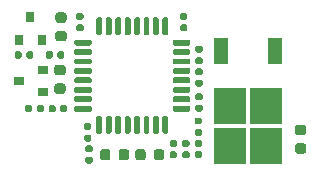
<source format=gtp>
G75*
G70*
%OFA0B0*%
%FSLAX25Y25*%
%IPPOS*%
%LPD*%
%AMOC8*
5,1,8,0,0,1.08239X$1,22.5*
%
%ADD23R,0.03543X0.03150*%
%ADD24R,0.04724X0.08661*%
%ADD27R,0.03150X0.03543*%
%ADD37R,0.10827X0.12008*%
X0000000Y0000000D02*
%LPD*%
G01*
X0004902Y0004469D02*
%LPD*%
G01*
G36*
G01*
X0072510Y0040178D02*
X0071152Y0040178D01*
G75*
G02*
X0070571Y0040758I0000000J0000581D01*
G01*
X0070571Y0041920D01*
G75*
G02*
X0071152Y0042500I0000581J0000000D01*
G01*
X0072510Y0042500D01*
G75*
G02*
X0073091Y0041920I0000000J-000581D01*
G01*
X0073091Y0040758D01*
G75*
G02*
X0072510Y0040178I-000581J0000000D01*
G01*
G37*
G36*
G01*
X0072510Y0043997D02*
X0071152Y0043997D01*
G75*
G02*
X0070571Y0044577I0000000J0000581D01*
G01*
X0070571Y0045739D01*
G75*
G02*
X0071152Y0046319I0000581J0000000D01*
G01*
X0072510Y0046319D01*
G75*
G02*
X0073091Y0045739I0000000J-000581D01*
G01*
X0073091Y0044577D01*
G75*
G02*
X0072510Y0043997I-000581J0000000D01*
G01*
G37*
G36*
G01*
X0013937Y0024754D02*
X0013937Y0026113D01*
G75*
G02*
X0014518Y0026693I0000581J0000000D01*
G01*
X0015680Y0026693D01*
G75*
G02*
X0016260Y0026113I0000000J-000581D01*
G01*
X0016260Y0024754D01*
G75*
G02*
X0015680Y0024174I-000581J0000000D01*
G01*
X0014518Y0024174D01*
G75*
G02*
X0013937Y0024754I0000000J0000581D01*
G01*
G37*
G36*
G01*
X0017756Y0024754D02*
X0017756Y0026113D01*
G75*
G02*
X0018337Y0026693I0000581J0000000D01*
G01*
X0019498Y0026693D01*
G75*
G02*
X0020079Y0026113I0000000J-000581D01*
G01*
X0020079Y0024754D01*
G75*
G02*
X0019498Y0024174I-000581J0000000D01*
G01*
X0018337Y0024174D01*
G75*
G02*
X0017756Y0024754I0000000J0000581D01*
G01*
G37*
G36*
G01*
X0024464Y0039951D02*
X0026482Y0039951D01*
G75*
G02*
X0027343Y0039090I0000000J-000861D01*
G01*
X0027343Y0037368D01*
G75*
G02*
X0026482Y0036506I-000861J0000000D01*
G01*
X0024464Y0036506D01*
G75*
G02*
X0023603Y0037368I0000000J0000861D01*
G01*
X0023603Y0039090D01*
G75*
G02*
X0024464Y0039951I0000861J0000000D01*
G01*
G37*
G36*
G01*
X0024464Y0033750D02*
X0026482Y0033750D01*
G75*
G02*
X0027343Y0032889I0000000J-000861D01*
G01*
X0027343Y0031167D01*
G75*
G02*
X0026482Y0030306I-000861J0000000D01*
G01*
X0024464Y0030306D01*
G75*
G02*
X0023603Y0031167I0000000J0000861D01*
G01*
X0023603Y0032889D01*
G75*
G02*
X0024464Y0033750I0000861J0000000D01*
G01*
G37*
G36*
G01*
X0070955Y0014922D02*
X0072313Y0014922D01*
G75*
G02*
X0072894Y0014341I0000000J-000581D01*
G01*
X0072894Y0013180D01*
G75*
G02*
X0072313Y0012599I-000581J0000000D01*
G01*
X0070955Y0012599D01*
G75*
G02*
X0070374Y0013180I0000000J0000581D01*
G01*
X0070374Y0014341D01*
G75*
G02*
X0070955Y0014922I0000581J0000000D01*
G01*
G37*
G36*
G01*
X0070955Y0011103D02*
X0072313Y0011103D01*
G75*
G02*
X0072894Y0010522I0000000J-000581D01*
G01*
X0072894Y0009361D01*
G75*
G02*
X0072313Y0008780I-000581J0000000D01*
G01*
X0070955Y0008780D01*
G75*
G02*
X0070374Y0009361I0000000J0000581D01*
G01*
X0070374Y0010522D01*
G75*
G02*
X0070955Y0011103I0000581J0000000D01*
G01*
G37*
D23*
X0019764Y0030749D03*
X0019764Y0038229D03*
X0011890Y0034489D03*
G36*
G01*
X0066772Y0014922D02*
X0068130Y0014922D01*
G75*
G02*
X0068711Y0014341I0000000J-000581D01*
G01*
X0068711Y0013180D01*
G75*
G02*
X0068130Y0012599I-000581J0000000D01*
G01*
X0066772Y0012599D01*
G75*
G02*
X0066191Y0013180I0000000J0000581D01*
G01*
X0066191Y0014341D01*
G75*
G02*
X0066772Y0014922I0000581J0000000D01*
G01*
G37*
G36*
G01*
X0066772Y0011103D02*
X0068130Y0011103D01*
G75*
G02*
X0068711Y0010522I0000000J-000581D01*
G01*
X0068711Y0009361D01*
G75*
G02*
X0068130Y0008780I-000581J0000000D01*
G01*
X0066772Y0008780D01*
G75*
G02*
X0066191Y0009361I0000000J0000581D01*
G01*
X0066191Y0010522D01*
G75*
G02*
X0066772Y0011103I0000581J0000000D01*
G01*
G37*
G36*
G01*
X0071152Y0038839D02*
X0072510Y0038839D01*
G75*
G02*
X0073091Y0038258I0000000J-000581D01*
G01*
X0073091Y0037097D01*
G75*
G02*
X0072510Y0036516I-000581J0000000D01*
G01*
X0071152Y0036516D01*
G75*
G02*
X0070571Y0037097I0000000J0000581D01*
G01*
X0070571Y0038258D01*
G75*
G02*
X0071152Y0038839I0000581J0000000D01*
G01*
G37*
G36*
G01*
X0071152Y0035020D02*
X0072510Y0035020D01*
G75*
G02*
X0073091Y0034439I0000000J-000581D01*
G01*
X0073091Y0033278D01*
G75*
G02*
X0072510Y0032697I-000581J0000000D01*
G01*
X0071152Y0032697D01*
G75*
G02*
X0070571Y0033278I0000000J0000581D01*
G01*
X0070571Y0034439D01*
G75*
G02*
X0071152Y0035020I0000581J0000000D01*
G01*
G37*
G36*
G01*
X0067392Y0051103D02*
X0066034Y0051103D01*
G75*
G02*
X0065453Y0051684I0000000J0000581D01*
G01*
X0065453Y0052845D01*
G75*
G02*
X0066034Y0053426I0000581J0000000D01*
G01*
X0067392Y0053426D01*
G75*
G02*
X0067973Y0052845I0000000J-000581D01*
G01*
X0067973Y0051684D01*
G75*
G02*
X0067392Y0051103I-000581J0000000D01*
G01*
G37*
G36*
G01*
X0067392Y0054922D02*
X0066034Y0054922D01*
G75*
G02*
X0065453Y0055502I0000000J0000581D01*
G01*
X0065453Y0056664D01*
G75*
G02*
X0066034Y0057245I0000581J0000000D01*
G01*
X0067392Y0057245D01*
G75*
G02*
X0067973Y0056664I0000000J-000581D01*
G01*
X0067973Y0055502D01*
G75*
G02*
X0067392Y0054922I-000581J0000000D01*
G01*
G37*
G36*
G01*
X0072510Y0024331D02*
X0071152Y0024331D01*
G75*
G02*
X0070571Y0024912I0000000J0000581D01*
G01*
X0070571Y0026073D01*
G75*
G02*
X0071152Y0026654I0000581J0000000D01*
G01*
X0072510Y0026654D01*
G75*
G02*
X0073091Y0026073I0000000J-000581D01*
G01*
X0073091Y0024912D01*
G75*
G02*
X0072510Y0024331I-000581J0000000D01*
G01*
G37*
G36*
G01*
X0072510Y0028150D02*
X0071152Y0028150D01*
G75*
G02*
X0070571Y0028731I0000000J0000581D01*
G01*
X0070571Y0029892D01*
G75*
G02*
X0071152Y0030473I0000581J0000000D01*
G01*
X0072510Y0030473D01*
G75*
G02*
X0073091Y0029892I0000000J-000581D01*
G01*
X0073091Y0028731D01*
G75*
G02*
X0072510Y0028150I-000581J0000000D01*
G01*
G37*
G36*
G01*
X0032746Y0051103D02*
X0031388Y0051103D01*
G75*
G02*
X0030808Y0051684I0000000J0000581D01*
G01*
X0030808Y0052845D01*
G75*
G02*
X0031388Y0053426I0000581J0000000D01*
G01*
X0032746Y0053426D01*
G75*
G02*
X0033327Y0052845I0000000J-000581D01*
G01*
X0033327Y0051684D01*
G75*
G02*
X0032746Y0051103I-000581J0000000D01*
G01*
G37*
G36*
G01*
X0032746Y0054922D02*
X0031388Y0054922D01*
G75*
G02*
X0030808Y0055502I0000000J0000581D01*
G01*
X0030808Y0056664D01*
G75*
G02*
X0031388Y0057245I0000581J0000000D01*
G01*
X0032746Y0057245D01*
G75*
G02*
X0033327Y0056664I0000000J-000581D01*
G01*
X0033327Y0055502D01*
G75*
G02*
X0032746Y0054922I-000581J0000000D01*
G01*
G37*
D37*
X0094213Y0026221D03*
X0082205Y0026221D03*
X0094213Y0013032D03*
X0082205Y0013032D03*
D24*
X0097185Y0044430D03*
X0079233Y0044430D03*
G36*
G01*
X0021713Y0024656D02*
X0021713Y0026014D01*
G75*
G02*
X0022294Y0026595I0000581J0000000D01*
G01*
X0023455Y0026595D01*
G75*
G02*
X0024036Y0026014I0000000J-000581D01*
G01*
X0024036Y0024656D01*
G75*
G02*
X0023455Y0024075I-000581J0000000D01*
G01*
X0022294Y0024075D01*
G75*
G02*
X0021713Y0024656I0000000J0000581D01*
G01*
G37*
G36*
G01*
X0025532Y0024656D02*
X0025532Y0026014D01*
G75*
G02*
X0026113Y0026595I0000581J0000000D01*
G01*
X0027274Y0026595D01*
G75*
G02*
X0027855Y0026014I0000000J-000581D01*
G01*
X0027855Y0024656D01*
G75*
G02*
X0027274Y0024075I-000581J0000000D01*
G01*
X0026113Y0024075D01*
G75*
G02*
X0025532Y0024656I0000000J0000581D01*
G01*
G37*
G36*
G01*
X0060217Y0010990D02*
X0060217Y0008972D01*
G75*
G02*
X0059356Y0008111I-000861J0000000D01*
G01*
X0057633Y0008111D01*
G75*
G02*
X0056772Y0008972I0000000J0000861D01*
G01*
X0056772Y0010990D01*
G75*
G02*
X0057633Y0011851I0000861J0000000D01*
G01*
X0059356Y0011851D01*
G75*
G02*
X0060217Y0010990I0000000J-000861D01*
G01*
G37*
G36*
G01*
X0054016Y0010990D02*
X0054016Y0008972D01*
G75*
G02*
X0053155Y0008111I-000861J0000000D01*
G01*
X0051433Y0008111D01*
G75*
G02*
X0050571Y0008972I0000000J0000861D01*
G01*
X0050571Y0010990D01*
G75*
G02*
X0051433Y0011851I0000861J0000000D01*
G01*
X0053155Y0011851D01*
G75*
G02*
X0054016Y0010990I0000000J-000861D01*
G01*
G37*
G36*
G01*
X0062589Y0014922D02*
X0063947Y0014922D01*
G75*
G02*
X0064528Y0014341I0000000J-000581D01*
G01*
X0064528Y0013180D01*
G75*
G02*
X0063947Y0012599I-000581J0000000D01*
G01*
X0062589Y0012599D01*
G75*
G02*
X0062008Y0013180I0000000J0000581D01*
G01*
X0062008Y0014341D01*
G75*
G02*
X0062589Y0014922I0000581J0000000D01*
G01*
G37*
G36*
G01*
X0062589Y0011103D02*
X0063947Y0011103D01*
G75*
G02*
X0064528Y0010522I0000000J-000581D01*
G01*
X0064528Y0009361D01*
G75*
G02*
X0063947Y0008780I-000581J0000000D01*
G01*
X0062589Y0008780D01*
G75*
G02*
X0062008Y0009361I0000000J0000581D01*
G01*
X0062008Y0010522D01*
G75*
G02*
X0062589Y0011103I0000581J0000000D01*
G01*
G37*
G36*
G01*
X0106698Y0010375D02*
X0104681Y0010375D01*
G75*
G02*
X0103819Y0011236I0000000J0000861D01*
G01*
X0103819Y0012958D01*
G75*
G02*
X0104681Y0013819I0000861J0000000D01*
G01*
X0106698Y0013819D01*
G75*
G02*
X0107559Y0012958I0000000J-000861D01*
G01*
X0107559Y0011236D01*
G75*
G02*
X0106698Y0010375I-000861J0000000D01*
G01*
G37*
G36*
G01*
X0106698Y0016575D02*
X0104681Y0016575D01*
G75*
G02*
X0103819Y0017437I0000000J0000861D01*
G01*
X0103819Y0019159D01*
G75*
G02*
X0104681Y0020020I0000861J0000000D01*
G01*
X0106698Y0020020D01*
G75*
G02*
X0107559Y0019159I0000000J-000861D01*
G01*
X0107559Y0017437D01*
G75*
G02*
X0106698Y0016575I-000861J0000000D01*
G01*
G37*
G36*
G01*
X0038859Y0008972D02*
X0038859Y0010990D01*
G75*
G02*
X0039720Y0011851I0000861J0000000D01*
G01*
X0041442Y0011851D01*
G75*
G02*
X0042304Y0010990I0000000J-000861D01*
G01*
X0042304Y0008972D01*
G75*
G02*
X0041442Y0008111I-000861J0000000D01*
G01*
X0039720Y0008111D01*
G75*
G02*
X0038859Y0008972I0000000J0000861D01*
G01*
G37*
G36*
G01*
X0045059Y0008972D02*
X0045059Y0010990D01*
G75*
G02*
X0045921Y0011851I0000861J0000000D01*
G01*
X0047643Y0011851D01*
G75*
G02*
X0048504Y0010990I0000000J-000861D01*
G01*
X0048504Y0008972D01*
G75*
G02*
X0047643Y0008111I-000861J0000000D01*
G01*
X0045921Y0008111D01*
G75*
G02*
X0045059Y0008972I0000000J0000861D01*
G01*
G37*
G36*
G01*
X0034538Y0013150D02*
X0035896Y0013150D01*
G75*
G02*
X0036477Y0012569I0000000J-000581D01*
G01*
X0036477Y0011408D01*
G75*
G02*
X0035896Y0010827I-000581J0000000D01*
G01*
X0034538Y0010827D01*
G75*
G02*
X0033957Y0011408I0000000J0000581D01*
G01*
X0033957Y0012569D01*
G75*
G02*
X0034538Y0013150I0000581J0000000D01*
G01*
G37*
G36*
G01*
X0034538Y0009331D02*
X0035896Y0009331D01*
G75*
G02*
X0036477Y0008750I0000000J-000581D01*
G01*
X0036477Y0007589D01*
G75*
G02*
X0035896Y0007008I-000581J0000000D01*
G01*
X0034538Y0007008D01*
G75*
G02*
X0033957Y0007589I0000000J0000581D01*
G01*
X0033957Y0008750D01*
G75*
G02*
X0034538Y0009331I0000581J0000000D01*
G01*
G37*
G36*
G01*
X0068977Y0025827D02*
X0068977Y0024843D01*
G75*
G02*
X0068485Y0024351I-000492J0000000D01*
G01*
X0063563Y0024351D01*
G75*
G02*
X0063071Y0024843I0000000J0000492D01*
G01*
X0063071Y0025827D01*
G75*
G02*
X0063563Y0026319I0000492J0000000D01*
G01*
X0068485Y0026319D01*
G75*
G02*
X0068977Y0025827I0000000J-000492D01*
G01*
G37*
G36*
G01*
X0068977Y0028977D02*
X0068977Y0027993D01*
G75*
G02*
X0068485Y0027500I-000492J0000000D01*
G01*
X0063563Y0027500D01*
G75*
G02*
X0063071Y0027993I0000000J0000492D01*
G01*
X0063071Y0028977D01*
G75*
G02*
X0063563Y0029469I0000492J0000000D01*
G01*
X0068485Y0029469D01*
G75*
G02*
X0068977Y0028977I0000000J-000492D01*
G01*
G37*
G36*
G01*
X0068977Y0032126D02*
X0068977Y0031142D01*
G75*
G02*
X0068485Y0030650I-000492J0000000D01*
G01*
X0063563Y0030650D01*
G75*
G02*
X0063071Y0031142I0000000J0000492D01*
G01*
X0063071Y0032126D01*
G75*
G02*
X0063563Y0032619I0000492J0000000D01*
G01*
X0068485Y0032619D01*
G75*
G02*
X0068977Y0032126I0000000J-000492D01*
G01*
G37*
G36*
G01*
X0068977Y0035276D02*
X0068977Y0034292D01*
G75*
G02*
X0068485Y0033800I-000492J0000000D01*
G01*
X0063563Y0033800D01*
G75*
G02*
X0063071Y0034292I0000000J0000492D01*
G01*
X0063071Y0035276D01*
G75*
G02*
X0063563Y0035768I0000492J0000000D01*
G01*
X0068485Y0035768D01*
G75*
G02*
X0068977Y0035276I0000000J-000492D01*
G01*
G37*
G36*
G01*
X0068977Y0038426D02*
X0068977Y0037441D01*
G75*
G02*
X0068485Y0036949I-000492J0000000D01*
G01*
X0063563Y0036949D01*
G75*
G02*
X0063071Y0037441I0000000J0000492D01*
G01*
X0063071Y0038426D01*
G75*
G02*
X0063563Y0038918I0000492J0000000D01*
G01*
X0068485Y0038918D01*
G75*
G02*
X0068977Y0038426I0000000J-000492D01*
G01*
G37*
G36*
G01*
X0068977Y0041575D02*
X0068977Y0040591D01*
G75*
G02*
X0068485Y0040099I-000492J0000000D01*
G01*
X0063563Y0040099D01*
G75*
G02*
X0063071Y0040591I0000000J0000492D01*
G01*
X0063071Y0041575D01*
G75*
G02*
X0063563Y0042067I0000492J0000000D01*
G01*
X0068485Y0042067D01*
G75*
G02*
X0068977Y0041575I0000000J-000492D01*
G01*
G37*
G36*
G01*
X0068977Y0044725D02*
X0068977Y0043741D01*
G75*
G02*
X0068485Y0043249I-000492J0000000D01*
G01*
X0063563Y0043249D01*
G75*
G02*
X0063071Y0043741I0000000J0000492D01*
G01*
X0063071Y0044725D01*
G75*
G02*
X0063563Y0045217I0000492J0000000D01*
G01*
X0068485Y0045217D01*
G75*
G02*
X0068977Y0044725I0000000J-000492D01*
G01*
G37*
G36*
G01*
X0068977Y0047875D02*
X0068977Y0046890D01*
G75*
G02*
X0068485Y0046398I-000492J0000000D01*
G01*
X0063563Y0046398D01*
G75*
G02*
X0063071Y0046890I0000000J0000492D01*
G01*
X0063071Y0047875D01*
G75*
G02*
X0063563Y0048367I0000492J0000000D01*
G01*
X0068485Y0048367D01*
G75*
G02*
X0068977Y0047875I0000000J-000492D01*
G01*
G37*
G36*
G01*
X0061595Y0055256D02*
X0061595Y0050335D01*
G75*
G02*
X0061103Y0049843I-000492J0000000D01*
G01*
X0060119Y0049843D01*
G75*
G02*
X0059626Y0050335I0000000J0000492D01*
G01*
X0059626Y0055256D01*
G75*
G02*
X0060119Y0055749I0000492J0000000D01*
G01*
X0061103Y0055749D01*
G75*
G02*
X0061595Y0055256I0000000J-000492D01*
G01*
G37*
G36*
G01*
X0058445Y0055256D02*
X0058445Y0050335D01*
G75*
G02*
X0057953Y0049843I-000492J0000000D01*
G01*
X0056969Y0049843D01*
G75*
G02*
X0056477Y0050335I0000000J0000492D01*
G01*
X0056477Y0055256D01*
G75*
G02*
X0056969Y0055749I0000492J0000000D01*
G01*
X0057953Y0055749D01*
G75*
G02*
X0058445Y0055256I0000000J-000492D01*
G01*
G37*
G36*
G01*
X0055296Y0055256D02*
X0055296Y0050335D01*
G75*
G02*
X0054804Y0049843I-000492J0000000D01*
G01*
X0053819Y0049843D01*
G75*
G02*
X0053327Y0050335I0000000J0000492D01*
G01*
X0053327Y0055256D01*
G75*
G02*
X0053819Y0055749I0000492J0000000D01*
G01*
X0054804Y0055749D01*
G75*
G02*
X0055296Y0055256I0000000J-000492D01*
G01*
G37*
G36*
G01*
X0052146Y0055256D02*
X0052146Y0050335D01*
G75*
G02*
X0051654Y0049843I-000492J0000000D01*
G01*
X0050670Y0049843D01*
G75*
G02*
X0050178Y0050335I0000000J0000492D01*
G01*
X0050178Y0055256D01*
G75*
G02*
X0050670Y0055749I0000492J0000000D01*
G01*
X0051654Y0055749D01*
G75*
G02*
X0052146Y0055256I0000000J-000492D01*
G01*
G37*
G36*
G01*
X0048996Y0055256D02*
X0048996Y0050335D01*
G75*
G02*
X0048504Y0049843I-000492J0000000D01*
G01*
X0047520Y0049843D01*
G75*
G02*
X0047028Y0050335I0000000J0000492D01*
G01*
X0047028Y0055256D01*
G75*
G02*
X0047520Y0055749I0000492J0000000D01*
G01*
X0048504Y0055749D01*
G75*
G02*
X0048996Y0055256I0000000J-000492D01*
G01*
G37*
G36*
G01*
X0045847Y0055256D02*
X0045847Y0050335D01*
G75*
G02*
X0045355Y0049843I-000492J0000000D01*
G01*
X0044371Y0049843D01*
G75*
G02*
X0043878Y0050335I0000000J0000492D01*
G01*
X0043878Y0055256D01*
G75*
G02*
X0044371Y0055749I0000492J0000000D01*
G01*
X0045355Y0055749D01*
G75*
G02*
X0045847Y0055256I0000000J-000492D01*
G01*
G37*
G36*
G01*
X0042697Y0055256D02*
X0042697Y0050335D01*
G75*
G02*
X0042205Y0049843I-000492J0000000D01*
G01*
X0041221Y0049843D01*
G75*
G02*
X0040729Y0050335I0000000J0000492D01*
G01*
X0040729Y0055256D01*
G75*
G02*
X0041221Y0055749I0000492J0000000D01*
G01*
X0042205Y0055749D01*
G75*
G02*
X0042697Y0055256I0000000J-000492D01*
G01*
G37*
G36*
G01*
X0039548Y0055256D02*
X0039548Y0050335D01*
G75*
G02*
X0039056Y0049843I-000492J0000000D01*
G01*
X0038071Y0049843D01*
G75*
G02*
X0037579Y0050335I0000000J0000492D01*
G01*
X0037579Y0055256D01*
G75*
G02*
X0038071Y0055749I0000492J0000000D01*
G01*
X0039056Y0055749D01*
G75*
G02*
X0039548Y0055256I0000000J-000492D01*
G01*
G37*
G36*
G01*
X0036103Y0047875D02*
X0036103Y0046890D01*
G75*
G02*
X0035611Y0046398I-000492J0000000D01*
G01*
X0030689Y0046398D01*
G75*
G02*
X0030197Y0046890I0000000J0000492D01*
G01*
X0030197Y0047875D01*
G75*
G02*
X0030689Y0048367I0000492J0000000D01*
G01*
X0035611Y0048367D01*
G75*
G02*
X0036103Y0047875I0000000J-000492D01*
G01*
G37*
G36*
G01*
X0036103Y0044725D02*
X0036103Y0043741D01*
G75*
G02*
X0035611Y0043249I-000492J0000000D01*
G01*
X0030689Y0043249D01*
G75*
G02*
X0030197Y0043741I0000000J0000492D01*
G01*
X0030197Y0044725D01*
G75*
G02*
X0030689Y0045217I0000492J0000000D01*
G01*
X0035611Y0045217D01*
G75*
G02*
X0036103Y0044725I0000000J-000492D01*
G01*
G37*
G36*
G01*
X0036103Y0041575D02*
X0036103Y0040591D01*
G75*
G02*
X0035611Y0040099I-000492J0000000D01*
G01*
X0030689Y0040099D01*
G75*
G02*
X0030197Y0040591I0000000J0000492D01*
G01*
X0030197Y0041575D01*
G75*
G02*
X0030689Y0042067I0000492J0000000D01*
G01*
X0035611Y0042067D01*
G75*
G02*
X0036103Y0041575I0000000J-000492D01*
G01*
G37*
G36*
G01*
X0036103Y0038426D02*
X0036103Y0037441D01*
G75*
G02*
X0035611Y0036949I-000492J0000000D01*
G01*
X0030689Y0036949D01*
G75*
G02*
X0030197Y0037441I0000000J0000492D01*
G01*
X0030197Y0038426D01*
G75*
G02*
X0030689Y0038918I0000492J0000000D01*
G01*
X0035611Y0038918D01*
G75*
G02*
X0036103Y0038426I0000000J-000492D01*
G01*
G37*
G36*
G01*
X0036103Y0035276D02*
X0036103Y0034292D01*
G75*
G02*
X0035611Y0033800I-000492J0000000D01*
G01*
X0030689Y0033800D01*
G75*
G02*
X0030197Y0034292I0000000J0000492D01*
G01*
X0030197Y0035276D01*
G75*
G02*
X0030689Y0035768I0000492J0000000D01*
G01*
X0035611Y0035768D01*
G75*
G02*
X0036103Y0035276I0000000J-000492D01*
G01*
G37*
G36*
G01*
X0036103Y0032126D02*
X0036103Y0031142D01*
G75*
G02*
X0035611Y0030650I-000492J0000000D01*
G01*
X0030689Y0030650D01*
G75*
G02*
X0030197Y0031142I0000000J0000492D01*
G01*
X0030197Y0032126D01*
G75*
G02*
X0030689Y0032619I0000492J0000000D01*
G01*
X0035611Y0032619D01*
G75*
G02*
X0036103Y0032126I0000000J-000492D01*
G01*
G37*
G36*
G01*
X0036103Y0028977D02*
X0036103Y0027993D01*
G75*
G02*
X0035611Y0027500I-000492J0000000D01*
G01*
X0030689Y0027500D01*
G75*
G02*
X0030197Y0027993I0000000J0000492D01*
G01*
X0030197Y0028977D01*
G75*
G02*
X0030689Y0029469I0000492J0000000D01*
G01*
X0035611Y0029469D01*
G75*
G02*
X0036103Y0028977I0000000J-000492D01*
G01*
G37*
G36*
G01*
X0036103Y0025827D02*
X0036103Y0024843D01*
G75*
G02*
X0035611Y0024351I-000492J0000000D01*
G01*
X0030689Y0024351D01*
G75*
G02*
X0030197Y0024843I0000000J0000492D01*
G01*
X0030197Y0025827D01*
G75*
G02*
X0030689Y0026319I0000492J0000000D01*
G01*
X0035611Y0026319D01*
G75*
G02*
X0036103Y0025827I0000000J-000492D01*
G01*
G37*
G36*
G01*
X0039548Y0022382D02*
X0039548Y0017461D01*
G75*
G02*
X0039056Y0016969I-000492J0000000D01*
G01*
X0038071Y0016969D01*
G75*
G02*
X0037579Y0017461I0000000J0000492D01*
G01*
X0037579Y0022382D01*
G75*
G02*
X0038071Y0022875I0000492J0000000D01*
G01*
X0039056Y0022875D01*
G75*
G02*
X0039548Y0022382I0000000J-000492D01*
G01*
G37*
G36*
G01*
X0042697Y0022382D02*
X0042697Y0017461D01*
G75*
G02*
X0042205Y0016969I-000492J0000000D01*
G01*
X0041221Y0016969D01*
G75*
G02*
X0040729Y0017461I0000000J0000492D01*
G01*
X0040729Y0022382D01*
G75*
G02*
X0041221Y0022875I0000492J0000000D01*
G01*
X0042205Y0022875D01*
G75*
G02*
X0042697Y0022382I0000000J-000492D01*
G01*
G37*
G36*
G01*
X0045847Y0022382D02*
X0045847Y0017461D01*
G75*
G02*
X0045355Y0016969I-000492J0000000D01*
G01*
X0044371Y0016969D01*
G75*
G02*
X0043878Y0017461I0000000J0000492D01*
G01*
X0043878Y0022382D01*
G75*
G02*
X0044371Y0022875I0000492J0000000D01*
G01*
X0045355Y0022875D01*
G75*
G02*
X0045847Y0022382I0000000J-000492D01*
G01*
G37*
G36*
G01*
X0048996Y0022382D02*
X0048996Y0017461D01*
G75*
G02*
X0048504Y0016969I-000492J0000000D01*
G01*
X0047520Y0016969D01*
G75*
G02*
X0047028Y0017461I0000000J0000492D01*
G01*
X0047028Y0022382D01*
G75*
G02*
X0047520Y0022875I0000492J0000000D01*
G01*
X0048504Y0022875D01*
G75*
G02*
X0048996Y0022382I0000000J-000492D01*
G01*
G37*
G36*
G01*
X0052146Y0022382D02*
X0052146Y0017461D01*
G75*
G02*
X0051654Y0016969I-000492J0000000D01*
G01*
X0050670Y0016969D01*
G75*
G02*
X0050178Y0017461I0000000J0000492D01*
G01*
X0050178Y0022382D01*
G75*
G02*
X0050670Y0022875I0000492J0000000D01*
G01*
X0051654Y0022875D01*
G75*
G02*
X0052146Y0022382I0000000J-000492D01*
G01*
G37*
G36*
G01*
X0055296Y0022382D02*
X0055296Y0017461D01*
G75*
G02*
X0054804Y0016969I-000492J0000000D01*
G01*
X0053819Y0016969D01*
G75*
G02*
X0053327Y0017461I0000000J0000492D01*
G01*
X0053327Y0022382D01*
G75*
G02*
X0053819Y0022875I0000492J0000000D01*
G01*
X0054804Y0022875D01*
G75*
G02*
X0055296Y0022382I0000000J-000492D01*
G01*
G37*
G36*
G01*
X0058445Y0022382D02*
X0058445Y0017461D01*
G75*
G02*
X0057953Y0016969I-000492J0000000D01*
G01*
X0056969Y0016969D01*
G75*
G02*
X0056477Y0017461I0000000J0000492D01*
G01*
X0056477Y0022382D01*
G75*
G02*
X0056969Y0022875I0000492J0000000D01*
G01*
X0057953Y0022875D01*
G75*
G02*
X0058445Y0022382I0000000J-000492D01*
G01*
G37*
G36*
G01*
X0061595Y0022382D02*
X0061595Y0017461D01*
G75*
G02*
X0061103Y0016969I-000492J0000000D01*
G01*
X0060119Y0016969D01*
G75*
G02*
X0059626Y0017461I0000000J0000492D01*
G01*
X0059626Y0022382D01*
G75*
G02*
X0060119Y0022875I0000492J0000000D01*
G01*
X0061103Y0022875D01*
G75*
G02*
X0061595Y0022382I0000000J-000492D01*
G01*
G37*
G36*
G01*
X0026969Y0043928D02*
X0026969Y0042569D01*
G75*
G02*
X0026388Y0041989I-000581J0000000D01*
G01*
X0025227Y0041989D01*
G75*
G02*
X0024646Y0042569I0000000J0000581D01*
G01*
X0024646Y0043928D01*
G75*
G02*
X0025227Y0044508I0000581J0000000D01*
G01*
X0026388Y0044508D01*
G75*
G02*
X0026969Y0043928I0000000J-000581D01*
G01*
G37*
G36*
G01*
X0023150Y0043928D02*
X0023150Y0042569D01*
G75*
G02*
X0022569Y0041989I-000581J0000000D01*
G01*
X0021408Y0041989D01*
G75*
G02*
X0020827Y0042569I0000000J0000581D01*
G01*
X0020827Y0043928D01*
G75*
G02*
X0021408Y0044508I0000581J0000000D01*
G01*
X0022569Y0044508D01*
G75*
G02*
X0023150Y0043928I0000000J-000581D01*
G01*
G37*
G36*
G01*
X0034046Y0020532D02*
X0035404Y0020532D01*
G75*
G02*
X0035985Y0019951I0000000J-000581D01*
G01*
X0035985Y0018790D01*
G75*
G02*
X0035404Y0018209I-000581J0000000D01*
G01*
X0034046Y0018209D01*
G75*
G02*
X0033465Y0018790I0000000J0000581D01*
G01*
X0033465Y0019951D01*
G75*
G02*
X0034046Y0020532I0000581J0000000D01*
G01*
G37*
G36*
G01*
X0034046Y0016713D02*
X0035404Y0016713D01*
G75*
G02*
X0035985Y0016132I0000000J-000581D01*
G01*
X0035985Y0014971D01*
G75*
G02*
X0035404Y0014390I-000581J0000000D01*
G01*
X0034046Y0014390D01*
G75*
G02*
X0033465Y0014971I0000000J0000581D01*
G01*
X0033465Y0016132D01*
G75*
G02*
X0034046Y0016713I0000581J0000000D01*
G01*
G37*
G36*
G01*
X0010402Y0042569D02*
X0010402Y0043928D01*
G75*
G02*
X0010983Y0044508I0000581J0000000D01*
G01*
X0012144Y0044508D01*
G75*
G02*
X0012725Y0043928I0000000J-000581D01*
G01*
X0012725Y0042569D01*
G75*
G02*
X0012144Y0041989I-000581J0000000D01*
G01*
X0010983Y0041989D01*
G75*
G02*
X0010402Y0042569I0000000J0000581D01*
G01*
G37*
G36*
G01*
X0014221Y0042569D02*
X0014221Y0043928D01*
G75*
G02*
X0014802Y0044508I0000581J0000000D01*
G01*
X0015963Y0044508D01*
G75*
G02*
X0016544Y0043928I0000000J-000581D01*
G01*
X0016544Y0042569D01*
G75*
G02*
X0015963Y0041989I-000581J0000000D01*
G01*
X0014802Y0041989D01*
G75*
G02*
X0014221Y0042569I0000000J0000581D01*
G01*
G37*
D27*
X0011890Y0048170D03*
X0019371Y0048170D03*
X0015630Y0056044D03*
G36*
G01*
X0070955Y0022402D02*
X0072313Y0022402D01*
G75*
G02*
X0072894Y0021821I0000000J-000581D01*
G01*
X0072894Y0020660D01*
G75*
G02*
X0072313Y0020079I-000581J0000000D01*
G01*
X0070955Y0020079D01*
G75*
G02*
X0070374Y0020660I0000000J0000581D01*
G01*
X0070374Y0021821D01*
G75*
G02*
X0070955Y0022402I0000581J0000000D01*
G01*
G37*
G36*
G01*
X0070955Y0018583D02*
X0072313Y0018583D01*
G75*
G02*
X0072894Y0018002I0000000J-000581D01*
G01*
X0072894Y0016841D01*
G75*
G02*
X0072313Y0016260I-000581J0000000D01*
G01*
X0070955Y0016260D01*
G75*
G02*
X0070374Y0016841I0000000J0000581D01*
G01*
X0070374Y0018002D01*
G75*
G02*
X0070955Y0018583I0000581J0000000D01*
G01*
G37*
G36*
G01*
X0024828Y0057441D02*
X0026846Y0057441D01*
G75*
G02*
X0027707Y0056580I0000000J-000861D01*
G01*
X0027707Y0054858D01*
G75*
G02*
X0026846Y0053997I-000861J0000000D01*
G01*
X0024828Y0053997D01*
G75*
G02*
X0023967Y0054858I0000000J0000861D01*
G01*
X0023967Y0056580D01*
G75*
G02*
X0024828Y0057441I0000861J0000000D01*
G01*
G37*
G36*
G01*
X0024828Y0051241D02*
X0026846Y0051241D01*
G75*
G02*
X0027707Y0050379I0000000J-000861D01*
G01*
X0027707Y0048657D01*
G75*
G02*
X0026846Y0047796I-000861J0000000D01*
G01*
X0024828Y0047796D01*
G75*
G02*
X0023967Y0048657I0000000J0000861D01*
G01*
X0023967Y0050379D01*
G75*
G02*
X0024828Y0051241I0000861J0000000D01*
G01*
G37*
M02*

</source>
